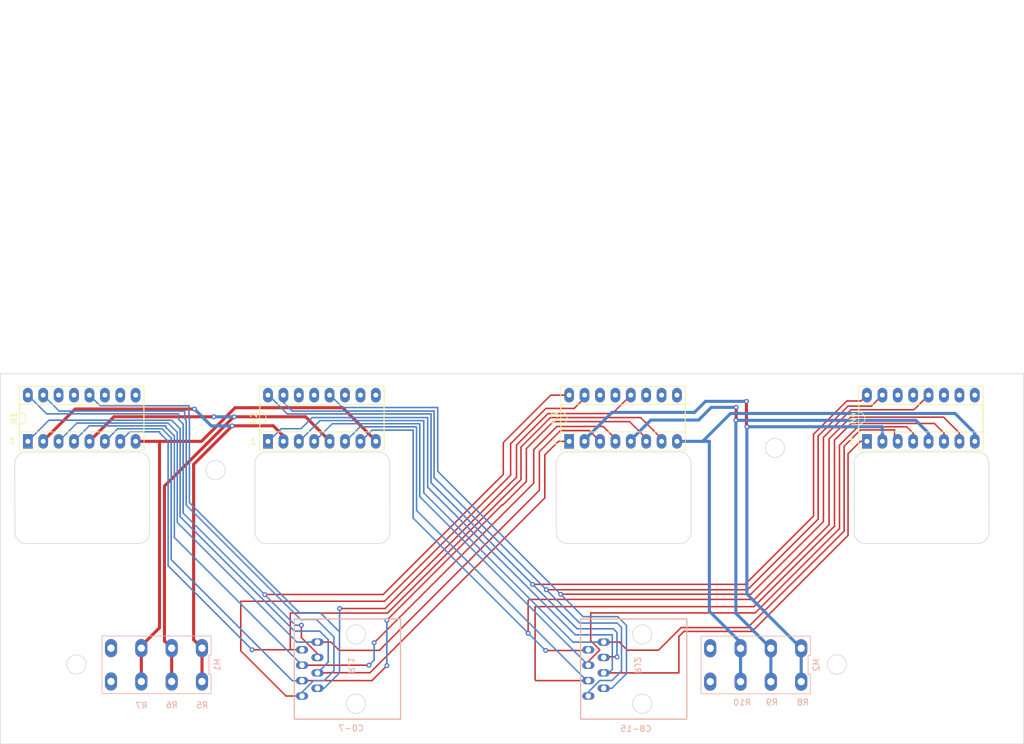
<source format=kicad_pcb>
(kicad_pcb (version 20211014) (generator pcbnew)
  (layers (0 "F.Cu" signal) (31 "B.Cu" signal) (34 "B.Paste" user) (35 "F.Paste" user) (36 "B.SilkS" user "B.Silkscreen") (37 "F.SilkS" user "F.Silkscreen") (38 "B.Mask" user) (39 "F.Mask" user) (44 "Edge.Cuts" user))
  (net 0 "")
  (net 1 "Net-(M1-Pad1)")
  (net 2 "Net-(M1-Pad2)")
  (net 3 "Net-(M1-Pad3)")
  (net 6 "Net-(M2-Pad1)")
  (net 7 "Net-(M2-Pad2)")
  (net 8 "Net-(M2-Pad3)")
  (net 11 "Net-(N1-Pad1)")
  (net 12 "Net-(N1-Pad3)")
  (net 13 "Net-(N1-Pad4)")
  (net 14 "Net-(N1-Pad6)")
  (net 15 "Net-(N1-Pad7)")
  (net 19 "Net-(N1-Pad12)")
  (net 22 "Net-(N1-Pad15)")
  (net 23 "Net-(N1-Pad16)")
  (net 24 "Net-(N2-Pad1)")
  (net 25 "Net-(N2-Pad3)")
  (net 26 "Net-(N2-Pad4)")
  (net 27 "Net-(N2-Pad6)")
  (net 28 "Net-(N2-Pad7)")
  (net 32 "Net-(N2-Pad12)")
  (net 35 "Net-(N2-Pad15)")
  (net 36 "Net-(N2-Pad16)")
  (footprint "Mine:keystone_mount" (layer "F.Cu") (at 59.342999 157.533331)
    (fp_text reference "REF**" hide)
    (fp_text value "keystone_mount" hide)
    (fp_circle (center 0 0) (end 1.5875 0) (layer "Edge.Cuts") (width 0.1) (fill none))
  )
  (footprint "Package_DIP:DIP-16_W7.62mm_Socket_LongPads" (layer "F.Cu") (at 166.737651 152.777682 90)
    (fp_text reference "N4")
    (fp_text value "Conn_02x08_Counter_Clockwise" hide)
  )
  (footprint "Package_DIP:DIP-16_W7.62mm_Socket_LongPads" (layer "F.Cu") (at 67.982451 152.777682 90)
    (fp_text reference "N2")
    (fp_text value "Conn_02x08_Counter_Clockwise" hide)
  )
  (footprint "Mine:keystone_mount" (layer "F.Cu") (at 151.557202 153.863391)
    (fp_text reference "REF**" hide)
    (fp_text value "keystone_mount" hide)
    (fp_circle (center 0 0) (end 1.5875 0) (layer "Edge.Cuts") (width 0.1) (fill none))
  )
  (footprint "Mine:encoder_clearance" (layer "F.Cu") (at 76.961351 161.70576)
    (fp_text reference "REF**" hide)
    (fp_text value "encoder_clearance" hide)
    (fp_line (start -9.222962 -7.177962) (end 9.1975 -7.1875) (layer "Edge.Cuts") (width 0.1))
    (fp_line (start 9.2075 7.9375) (end -9.2075 7.9375) (layer "Edge.Cuts") (width 0.1))
    (fp_line (start -11.1125 6.0325) (end -11.127962 -5.272962) (layer "Edge.Cuts") (width 0.1))
    (fp_line (start 11.1025 -5.2825) (end 11.1125 6.0325) (layer "Edge.Cuts") (width 0.1))
    (fp_arc (start 9.1975 -7.1875) (mid 10.544538 -6.629538) (end 11.1025 -5.2825) (layer "Edge.Cuts") (width 0.1))
    (fp_arc (start -9.2075 7.9375) (mid -10.554538 7.379538) (end -11.1125 6.0325) (layer "Edge.Cuts") (width 0.1))
    (fp_arc (start 11.1125 6.0325) (mid 10.554538 7.379538) (end 9.2075 7.9375) (layer "Edge.Cuts") (width 0.1))
    (fp_arc (start -11.127962 -5.272962) (mid -10.57 -6.62) (end -9.222962 -7.177962) (layer "Edge.Cuts") (width 0.1))
  )
  (footprint "Mine:encoder_clearance" (layer "F.Cu") (at 37.362751 161.70576)
    (fp_text reference "REF**" hide)
    (fp_text value "encoder_clearance" hide)
    (fp_line (start -9.222962 -7.177962) (end 9.1975 -7.1875) (layer "Edge.Cuts") (width 0.1))
    (fp_line (start 9.2075 7.9375) (end -9.2075 7.9375) (layer "Edge.Cuts") (width 0.1))
    (fp_line (start -11.1125 6.0325) (end -11.127962 -5.272962) (layer "Edge.Cuts") (width 0.1))
    (fp_line (start 11.1025 -5.2825) (end 11.1125 6.0325) (layer "Edge.Cuts") (width 0.1))
    (fp_arc (start -11.127962 -5.272962) (mid -10.57 -6.62) (end -9.222962 -7.177962) (layer "Edge.Cuts") (width 0.1))
    (fp_arc (start -9.2075 7.9375) (mid -10.554538 7.379538) (end -11.1125 6.0325) (layer "Edge.Cuts") (width 0.1))
    (fp_arc (start 9.1975 -7.1875) (mid 10.544538 -6.629538) (end 11.1025 -5.2825) (layer "Edge.Cuts") (width 0.1))
    (fp_arc (start 11.1125 6.0325) (mid 10.554538 7.379538) (end 9.2075 7.9375) (layer "Edge.Cuts") (width 0.1))
  )
  (footprint "Package_DIP:DIP-16_W7.62mm_Socket_LongPads" (layer "F.Cu") (at 28.384027 152.777682 90)
    (fp_text reference "N1")
    (fp_text value "Conn_02x08_Counter_Clockwise" hide)
  )
  (footprint "Mine:keystone_mount" (layer "F.Cu") (at 161.793074 189.572051)
    (fp_text reference "REF**" hide)
    (fp_text value "keystone_mount" hide)
    (fp_circle (center 0 0) (end 1.5875 0) (layer "Edge.Cuts") (width 0.1) (fill none))
  )
  (footprint "Mine:encoder_clearance" (layer "F.Cu") (at 175.741951 161.70576)
    (fp_text reference "REF**" hide)
    (fp_text value "encoder_clearance" hide)
    (fp_line (start 11.1025 -5.2825) (end 11.1125 6.0325) (layer "Edge.Cuts") (width 0.1))
    (fp_line (start -11.1125 6.0325) (end -11.127962 -5.272962) (layer "Edge.Cuts") (width 0.1))
    (fp_line (start -9.222962 -7.177962) (end 9.1975 -7.1875) (layer "Edge.Cuts") (width 0.1))
    (fp_line (start 9.2075 7.9375) (end -9.2075 7.9375) (layer "Edge.Cuts") (width 0.1))
    (fp_arc (start 9.1975 -7.1875) (mid 10.544538 -6.629538) (end 11.1025 -5.2825) (layer "Edge.Cuts") (width 0.1))
    (fp_arc (start -9.2075 7.9375) (mid -10.554538 7.379538) (end -11.1125 6.0325) (layer "Edge.Cuts") (width 0.1))
    (fp_arc (start -11.127962 -5.272962) (mid -10.57 -6.62) (end -9.222962 -7.177962) (layer "Edge.Cuts") (width 0.1))
    (fp_arc (start 11.1125 6.0325) (mid 10.554538 7.379538) (end 9.2075 7.9375) (layer "Edge.Cuts") (width 0.1))
  )
  (footprint "Mine:keystone_mount" (layer "F.Cu") (at 36.386564 189.572051)
    (fp_text reference "REF**" hide)
    (fp_text value "keystone_mount" hide)
    (fp_circle (center 0 0) (end 1.5875 0) (layer "Edge.Cuts") (width 0.1) (fill none))
  )
  (footprint "Mine:encoder_clearance" (layer "F.Cu") (at 126.618351 161.70576)
    (fp_text reference "REF**" hide)
    (fp_text value "encoder_clearance" hide)
    (fp_line (start 9.2075 7.9375) (end -9.2075 7.9375) (layer "Edge.Cuts") (width 0.1))
    (fp_line (start -9.222962 -7.177962) (end 9.1975 -7.1875) (layer "Edge.Cuts") (width 0.1))
    (fp_line (start -11.1125 6.0325) (end -11.127962 -5.272962) (layer "Edge.Cuts") (width 0.1))
    (fp_line (start 11.1025 -5.2825) (end 11.1125 6.0325) (layer "Edge.Cuts") (width 0.1))
    (fp_arc (start 9.1975 -7.1875) (mid 10.544538 -6.629538) (end 11.1025 -5.2825) (layer "Edge.Cuts") (width 0.1))
    (fp_arc (start 11.1125 6.0325) (mid 10.554538 7.379538) (end 9.2075 7.9375) (layer "Edge.Cuts") (width 0.1))
    (fp_arc (start -11.127962 -5.272962) (mid -10.57 -6.62) (end -9.222962 -7.177962) (layer "Edge.Cuts") (width 0.1))
    (fp_arc (start -9.2075 7.9375) (mid -10.554538 7.379538) (end -11.1125 6.0325) (layer "Edge.Cuts") (width 0.1))
  )
  (footprint "Package_DIP:DIP-16_W7.62mm_Socket_LongPads" (layer "F.Cu") (at 117.639451 152.777682 90)
    (fp_text reference "N3")
    (fp_text value "Conn_02x08_Counter_Clockwise" hide)
  )
  (footprint "Mine:Wurth-8P8C-Vertical" (layer "B.Cu") (at 81.216678 189.68463 90)
    (fp_text reference "RJ1")
    (fp_text value "8P8C")
    (fp_circle (center 5.08 1.27) (end 6.665 1.27) (layer "Edge.Cuts") (width 0.1) (fill none))
    (fp_circle (center -6.35 1.27) (end -4.765 1.27) (layer "Edge.Cuts") (width 0.1) (fill none))
  )
  (footprint "Mine:Weidmuller-4-vertical" (layer "B.Cu") (at 148.396504 189.646019 180)
    (fp_text reference "M2")
    (fp_text value "Conn_02x04_Counter_Clockwise" hide)
  )
  (footprint "Mine:Wurth-8P8C-Vertical" (layer "B.Cu") (at 128.411547 189.68463 90)
    (fp_text reference "RJ2")
    (fp_text value "8P8C")
    (fp_circle (center -6.35 1.27) (end -4.765 1.27) (layer "Edge.Cuts") (width 0.1) (fill none))
    (fp_circle (center 5.08 1.27) (end 6.665 1.27) (layer "Edge.Cuts") (width 0.1) (fill none))
  )
  (footprint "Mine:Weidmuller-4-vertical" (layer "B.Cu") (at 49.601483 189.622693 180)
    (fp_text reference "M1")
    (fp_text value "Conn_02x04_Counter_Clockwise" hide)
  )
  (gr_rect (start 23.847342 141.633915) (end 192.582152 202.666503) (layer "Edge.Cuts") (width 0.1) (fill none))
  (gr_text "R7" (at 47.136593 196.339251) (layer "B.SilkS") (effects (font (size 1 1)) (justify mirror)))
  (gr_text "R5" (at 57.126901 196.29485) (layer "B.SilkS") (effects (font (size 1 1)) (justify mirror)))
  (gr_text "R6" (at 52.109546 196.250448) (layer "B.SilkS") (effects (font (size 1 1)) (justify mirror)))
  (gr_text "R8" (at 156.186353 195.806435) (layer "B.SilkS") (effects (font (size 1 1)) (justify mirror)))
  (gr_text "R9" (at 151.080196 195.806435) (layer "B.SilkS") (effects (font (size 1 1)) (justify mirror)))
  (gr_text "C0-7" (at 81.696131 200.070316) (layer "B.SilkS") (effects (font (size 1 1)) (justify mirror)))
  (gr_text "R10" (at 146.151644 195.806435) (layer "B.SilkS") (effects (font (size 1 1)) (justify mirror)))
  (gr_text "C8-15" (at 128.652177 200.162387) (layer "B.SilkS") (effects (font (size 1 1)) (justify mirror)))
  (gr_text "1" (at 115.213891 152.749895) (layer "F.SilkS") (effects (font (size 1 1))))
  (gr_text "1" (at 25.882269 152.682161) (layer "F.SilkS") (effects (font (size 1 1))))
  (gr_text "1" (at 164.230096 152.795113) (layer "F.SilkS") (effects (font (size 1 1))))
  (gr_text "1" (at 65.564636 152.840331) (layer "F.SilkS") (effects (font (size 1 1))))
  (segment (start 62.07315 150.228159) (end 62.07315 150.229701) (width 0.508) (layer "F.Cu") (net 1))
  (segment (start 62.07315 150.228159) (end 62.084731 150.216578) (width 0.508) (layer "F.Cu") (net 1))
  (segment (start 68.852461 150.216578) (end 70.611527 151.975644) (width 0.508) (layer "F.Cu") (net 1))
  (segment (start 62.084731 150.216578) (end 68.852461 150.216578) (width 0.508) (layer "F.Cu") (net 1))
  (segment (start 57.101483 186.872693) (end 57.101483 192.372693) (width 0.508) (layer "F.Cu") (net 1))
  (segment (start 36.190815 147.445932) (end 55.85174 147.445932) (width 0.508) (layer "F.Cu") (net 1))
  (segment (start 70.611527 151.975644) (end 70.611527 152.777682) (width 0.508) (layer "F.Cu") (net 1))
  (segment (start 55.721838 156.581013) (end 55.721838 185.493048) (width 0.508) (layer "F.Cu") (net 1))
  (segment (start 35.498153 148.138594) (end 36.190815 147.445932) (width 0.508) (layer "F.Cu") (net 1))
  (segment (start 62.07315 150.229701) (end 55.721838 156.581013) (width 0.508) (layer "F.Cu") (net 1))
  (segment (start 55.721838 185.493048) (end 57.101483 186.872693) (width 0.508) (layer "F.Cu") (net 1))
  (segment (start 30.924027 152.71272) (end 35.498153 148.138594) (width 0.508) (layer "F.Cu") (net 1))
  (segment (start 30.924027 152.777682) (end 30.924027 152.71272) (width 0.508) (layer "F.Cu") (net 1))
  (via (at 62.07315 150.228159) (size 0.8) (drill 0.4) (layers "F.Cu" "B.Cu") (net 1))
  (via (at 55.85174 147.445932) (size 0.8) (drill 0.4) (layers "F.Cu" "B.Cu") (net 1))
  (segment (start 58.640168 150.23436) (end 55.85174 147.445932) (width 0.508) (layer "B.Cu") (net 1))
  (segment (start 62.07315 150.228159) (end 62.066949 150.23436) (width 0.508) (layer "B.Cu") (net 1))
  (segment (start 62.066949 150.23436) (end 58.640168 150.23436) (width 0.508) (layer "B.Cu") (net 1))
  (segment (start 50.912202 185.683412) (end 52.101483 186.872693) (width 0.508) (layer "F.Cu") (net 2))
  (segment (start 52.101483 186.872693) (end 52.101483 192.372693) (width 0.508) (layer "F.Cu") (net 2))
  (segment (start 59.063663 148.724692) (end 42.584612 148.724692) (width 0.508) (layer "F.Cu") (net 2))
  (segment (start 74.178537 148.724692) (end 62.338155 148.724692) (width 0.508) (layer "F.Cu") (net 2))
  (segment (start 38.544027 152.765277) (end 38.544027 152.777682) (width 0.508) (layer "F.Cu") (net 2))
  (segment (start 50.912202 160.150645) (end 50.912202 185.683412) (width 0.508) (layer "F.Cu") (net 2))
  (segment (start 59.064576 148.725605) (end 59.063663 148.724692) (width 0.508) (layer "F.Cu") (net 2))
  (segment (start 78.231527 152.777682) (end 74.178537 148.724692) (width 0.508) (layer "F.Cu") (net 2))
  (segment (start 62.338155 148.724692) (end 50.912202 160.150645) (width 0.508) (layer "F.Cu") (net 2))
  (segment (start 42.584612 148.724692) (end 38.544027 152.765277) (width 0.508) (layer "F.Cu") (net 2))
  (via (at 59.064576 148.725605) (size 0.8) (drill 0.4) (layers "F.Cu" "B.Cu") (net 2))
  (via (at 62.411512 148.735596) (size 0.8) (drill 0.4) (layers "F.Cu" "B.Cu") (net 2))
  (segment (start 59.065489 148.724692) (end 59.064576 148.725605) (width 0.508) (layer "B.Cu") (net 2))
  (segment (start 62.400608 148.724692) (end 59.065489 148.724692) (width 0.508) (layer "B.Cu") (net 2))
  (segment (start 62.411512 148.735596) (end 62.400608 148.724692) (width 0.508) (layer "B.Cu") (net 2))
  (segment (start 46.164027 152.777682) (end 49.42703 152.777682) (width 0.508) (layer "F.Cu") (net 3))
  (segment (start 50.09615 152.791917) (end 50.09615 183.517302) (width 0.508) (layer "F.Cu") (net 3))
  (segment (start 57.005414 152.781891) (end 49.489719 152.781891) (width 0.508) (layer "F.Cu") (net 3))
  (segment (start 47.101483 186.511969) (end 47.101483 186.872693) (width 0.508) (layer "F.Cu") (net 3))
  (segment (start 85.851527 152.777682) (end 80.306651 147.232806) (width 0.508) (layer "F.Cu") (net 3))
  (segment (start 80.306651 147.232806) (end 64.696493 147.232806) (width 0.508) (layer "F.Cu") (net 3))
  (segment (start 47.101483 186.872693) (end 47.101483 192.372693) (width 0.508) (layer "F.Cu") (net 3))
  (segment (start 62.552767 147.234538) (end 57.005414 152.781891) (width 0.508) (layer "F.Cu") (net 3))
  (segment (start 64.72568 147.234538) (end 62.552767 147.234538) (width 0.508) (layer "F.Cu") (net 3))
  (segment (start 50.09615 183.517302) (end 47.101483 186.511969) (width 0.508) (layer "F.Cu") (net 3))
  (segment (start 146.867795 146.186919) (end 146.867795 150.297441) (width 0.508) (layer "F.Cu") (net 6))
  (segment (start 146.867795 150.297441) (end 146.940099 150.369745) (width 0.508) (layer "F.Cu") (net 6))
  (via (at 146.867795 146.186919) (size 0.8) (drill 0.4) (layers "F.Cu" "B.Cu") (net 6))
  (via (at 146.940099 150.369745) (size 0.8) (drill 0.4) (layers "F.Cu" "B.Cu") (net 6))
  (segment (start 169.281007 152.774326) (end 169.277651 152.777682) (width 0.508) (layer "B.Cu") (net 6))
  (segment (start 138.26503 148.036976) (end 138.234195 148.006141) (width 0.508) (layer "B.Cu") (net 6))
  (segment (start 169.281007 150.369745) (end 169.281007 152.774326) (width 0.508) (layer "B.Cu") (net 6))
  (segment (start 140.115087 146.186919) (end 138.26503 148.036976) (width 0.508) (layer "B.Cu") (net 6))
  (segment (start 120.179451 152.521088) (end 120.179451 152.777682) (width 0.508) (layer "B.Cu") (net 6))
  (segment (start 124.694398 148.006141) (end 120.179451 152.521088) (width 0.508) (layer "B.Cu") (net 6))
  (segment (start 169.281007 150.369745) (end 146.940099 150.369745) (width 0.508) (layer "B.Cu") (net 6))
  (segment (start 146.940099 150.369745) (end 146.940099 177.939614) (width 0.508) (layer "B.Cu") (net 6))
  (segment (start 146.940099 177.939614) (end 155.896504 186.896019) (width 0.508) (layer "B.Cu") (net 6))
  (segment (start 155.896504 192.396019) (end 155.896504 186.896019) (width 0.508) (layer "B.Cu") (net 6))
  (segment (start 138.234195 148.006141) (end 124.694398 148.006141) (width 0.508) (layer "B.Cu") (net 6))
  (segment (start 146.867795 146.186919) (end 140.115087 146.186919) (width 0.508) (layer "B.Cu") (net 6))
  (segment (start 145.171909 147.173616) (end 145.171909 149.267822) (width 0.508) (layer "F.Cu") (net 7))
  (segment (start 145.171909 149.267822) (end 145.124395 149.315336) (width 0.508) (layer "F.Cu") (net 7))
  (via (at 145.171909 147.173616) (size 0.8) (drill 0.4) (layers "F.Cu" "B.Cu") (net 7))
  (via (at 145.124395 149.315336) (size 0.8) (drill 0.4) (layers "F.Cu" "B.Cu") (net 7))
  (segment (start 127.799451 152.563641) (end 127.799451 152.777682) (width 0.508) (layer "B.Cu") (net 7))
  (segment (start 145.124395 181.12391) (end 150.896504 186.896019) (width 0.508) (layer "B.Cu") (net 7))
  (segment (start 145.124395 149.315336) (end 145.124395 181.12391) (width 0.508) (layer "B.Cu") (net 7))
  (segment (start 141.070949 147.173616) (end 138.976849 149.267716) (width 0.508) (layer "B.Cu") (net 7))
  (segment (start 138.976849 149.267716) (end 131.095376 149.267716) (width 0.508) (layer "B.Cu") (net 7))
  (segment (start 174.781681 149.315336) (end 145.124395 149.315336) (width 0.508) (layer "B.Cu") (net 7))
  (segment (start 176.897651 151.431306) (end 174.781681 149.315336) (width 0.508) (layer "B.Cu") (net 7))
  (segment (start 150.896504 192.396019) (end 150.896504 186.896019) (width 0.508) (layer "B.Cu") (net 7))
  (segment (start 145.171909 147.173616) (end 141.070949 147.173616) (width 0.508) (layer "B.Cu") (net 7))
  (segment (start 176.897651 152.777682) (end 176.897651 151.431306) (width 0.508) (layer "B.Cu") (net 7))
  (segment (start 131.095376 149.267716) (end 127.799451 152.563641) (width 0.508) (layer "B.Cu") (net 7))
  (segment (start 145.896504 186.896019) (end 145.896504 185.923937) (width 0.508) (layer "B.Cu") (net 8))
  (segment (start 140.754282 180.790154) (end 140.754282 152.773695) (width 0.508) (layer "B.Cu") (net 8))
  (segment (start 145.896504 185.923937) (end 140.777614 180.805047) (width 0.508) (layer "B.Cu") (net 8))
  (segment (start 181.266816 148.180471) (end 184.517651 151.431306) (width 0.508) (layer "B.Cu") (net 8))
  (segment (start 145.896504 192.396019) (end 145.896504 186.896019) (width 0.508) (layer "B.Cu") (net 8))
  (segment (start 184.517651 151.431306) (end 184.517651 152.777682) (width 0.508) (layer "B.Cu") (net 8))
  (segment (start 135.419451 152.777682) (end 140.770661 152.777682) (width 0.508) (layer "B.Cu") (net 8))
  (segment (start 139.782792 152.778492) (end 139.751085 152.810199) (width 0.508) (layer "B.Cu") (net 8))
  (segment (start 140.777614 180.805047) (end 140.76579 180.805047) (width 0.508) (layer "B.Cu") (net 8))
  (segment (start 139.652819 152.774355) (end 144.246703 148.180471) (width 0.508) (layer "B.Cu") (net 8))
  (segment (start 144.246703 148.180471) (end 181.266816 148.180471) (width 0.508) (layer "B.Cu") (net 8))
  (segment (start 117.639451 152.777682) (end 115.860473 152.777682) (width 0.25) (layer "F.Cu") (net 11))
  (segment (start 115.860473 152.777682) (end 113.621464 155.016691) (width 0.25) (layer "F.Cu") (net 11))
  (segment (start 113.621464 155.016691) (end 113.621464 162.104711) (width 0.25) (layer "F.Cu") (net 11))
  (segment (start 113.621464 162.104711) (end 84.800373 190.925802) (width 0.25) (layer "F.Cu") (net 11))
  (segment (start 84.800373 190.925802) (end 77.879408 190.925802) (width 0.25) (layer "F.Cu") (net 11))
  (segment (start 77.879408 190.925802) (end 77.85058 190.95463) (width 0.25) (layer "F.Cu") (net 11))
  (segment (start 77.85058 190.95463) (end 76.136678 190.95463) (width 0.25) (layer "F.Cu") (net 11))
  (segment (start 77.908241 189.183067) (end 76.136678 190.95463) (width 0.25) (layer "B.Cu") (net 11))
  (segment (start 31.871015 149.290694) (end 52.095043 149.290694) (width 0.25) (layer "B.Cu") (net 11))
  (segment (start 53.492344 165.19206) (end 72.36349 184.063206) (width 0.25) (layer "B.Cu") (net 11))
  (segment (start 52.095043 149.290694) (end 53.492344 150.687995) (width 0.25) (layer "B.Cu") (net 11))
  (segment (start 76.492817 184.063206) (end 77.908241 185.47863) (width 0.25) (layer "B.Cu") (net 11))
  (segment (start 72.36349 184.063206) (end 76.492817 184.063206) (width 0.25) (layer "B.Cu") (net 11))
  (segment (start 28.384027 152.777682) (end 31.871015 149.290694) (width 0.25) (layer "B.Cu") (net 11))
  (segment (start 53.492344 150.687995) (end 53.492344 165.19206) (width 0.25) (layer "B.Cu") (net 11))
  (segment (start 77.908241 185.47863) (end 77.908241 189.183067) (width 0.25) (layer "B.Cu") (net 11))
  (segment (start 122.719451 152.777682) (end 120.941124 150.999355) (width 0.25) (layer "F.Cu") (net 12))
  (segment (start 86.335655 187.242205) (end 79.732358 187.242205) (width 0.25) (layer "F.Cu") (net 12))
  (segment (start 79.732358 187.242205) (end 78.364783 185.87463) (width 0.25) (layer "F.Cu") (net 12))
  (segment (start 120.941124 150.999355) (end 116.210283 150.999355) (width 0.25) (layer "F.Cu") (net 12))
  (segment (start 78.364783 185.87463) (end 76.136678 185.87463) (width 0.25) (layer "F.Cu") (net 12))
  (segment (start 112.733436 160.844424) (end 86.335655 187.242205) (width 0.25) (layer "F.Cu") (net 12))
  (segment (start 112.733436 154.476202) (end 112.733436 160.844424) (width 0.25) (layer "F.Cu") (net 12))
  (segment (start 116.210283 150.999355) (end 112.733436 154.476202) (width 0.25) (layer "F.Cu") (net 12))
  (segment (start 36.478611 149.763098) (end 51.507104 149.763098) (width 0.25) (layer "B.Cu") (net 12))
  (segment (start 53.021324 151.281118) (end 53.021324 166.145718) (width 0.25) (layer "B.Cu") (net 12))
  (segment (start 33.464027 152.777682) (end 36.478611 149.763098) (width 0.25) (layer "B.Cu") (net 12))
  (segment (start 51.506008 149.765802) (end 53.021324 151.281118) (width 0.25) (layer "B.Cu") (net 12))
  (segment (start 53.021324 166.145718) (end 72.750236 185.87463) (width 0.25) (layer "B.Cu") (net 12))
  (segment (start 72.750236 185.87463) (end 76.136678 185.87463) (width 0.25) (layer "B.Cu") (net 12))
  (segment (start 123.246821 150.326726) (end 115.617779 150.326726) (width 0.25) (layer "F.Cu") (net 13))
  (segment (start 115.617779 150.326726) (end 111.793426 154.151079) (width 0.25) (layer "F.Cu") (net 13))
  (segment (start 111.793426 159.675319) (end 85.484431 185.984314) (width 0.25) (layer "F.Cu") (net 13))
  (segment (start 125.259451 152.339356) (end 123.246821 150.326726) (width 0.25) (layer "F.Cu") (net 13))
  (segment (start 84.62733 189.68463) (end 73.596678 189.68463) (width 0.25) (layer "F.Cu") (net 13))
  (segment (start 111.793426 154.151079) (end 111.793426 159.675319) (width 0.25) (layer "F.Cu") (net 13))
  (segment (start 125.259451 152.777682) (end 125.259451 152.339356) (width 0.25) (layer "F.Cu") (net 13))
  (via (at 85.484431 185.984314) (size 0.8) (drill 0.4) (layers "F.Cu" "B.Cu") (net 13))
  (via (at 84.62815 189.68545) (size 0.8) (drill 0.4) (layers "F.Cu" "B.Cu") (net 13))
  (segment (start 85.484431 188.829169) (end 85.484431 185.984314) (width 0.25) (layer "B.Cu") (net 13))
  (segment (start 84.62815 189.68545) (end 85.484431 188.829169) (width 0.25) (layer "B.Cu") (net 13))
  (segment (start 52.550304 168.638256) (end 73.596678 189.68463) (width 0.25) (layer "B.Cu") (net 13))
  (segment (start 52.550304 151.885389) (end 52.550304 168.638256) (width 0.25) (layer "B.Cu") (net 13))
  (segment (start 36.004027 152.730652) (end 38.509067 150.225612) (width 0.25) (layer "B.Cu") (net 13))
  (segment (start 51.128811 150.225612) (end 51.128811 150.463896) (width 0.25) (layer "B.Cu") (net 13))
  (segment (start 38.509067 150.225612) (end 51.128811 150.225612) (width 0.25) (layer "B.Cu") (net 13))
  (segment (start 51.128811 150.463896) (end 52.550304 151.885389) (width 0.25) (layer "B.Cu") (net 13))
  (segment (start 87.578551 182.262047) (end 87.578551 182.296632) (width 0.25) (layer "F.Cu") (net 14))
  (segment (start 106.553072 163.287526) (end 87.578551 182.262047) (width 0.25) (layer "F.Cu") (net 14))
  (segment (start 127.592177 149.523102) (end 115.024813 149.523102) (width 0.25) (layer "F.Cu") (net 14))
  (segment (start 85.119799 192.22463) (end 87.585695 189.758734) (width 0.25) (layer "F.Cu") (net 14))
  (segment (start 73.596678 192.22463) (end 85.119799 192.22463) (width 0.25) (layer "F.Cu") (net 14))
  (segment (start 115.024813 149.523102) (end 110.584676 153.963239) (width 0.25) (layer "F.Cu") (net 14))
  (segment (start 106.677356 163.287526) (end 106.553072 163.287526) (width 0.25) (layer "F.Cu") (net 14))
  (segment (start 110.584676 159.380206) (end 106.677356 163.287526) (width 0.25) (layer "F.Cu") (net 14))
  (segment (start 130.339451 152.777682) (end 130.339451 152.270376) (width 0.25) (layer "F.Cu") (net 14))
  (segment (start 110.584676 153.963239) (end 110.584676 159.380206) (width 0.25) (layer "F.Cu") (net 14))
  (segment (start 130.339451 152.270376) (end 127.592177 149.523102) (width 0.25) (layer "F.Cu") (net 14))
  (via (at 87.585695 189.758734) (size 0.8) (drill 0.4) (layers "F.Cu" "B.Cu") (net 14))
  (via (at 87.578551 182.296632) (size 0.8) (drill 0.4) (layers "F.Cu" "B.Cu") (net 14))
  (segment (start 41.132442 152.777682) (end 43.213147 150.696977) (width 0.25) (layer "B.Cu") (net 14))
  (segment (start 41.084027 152.777682) (end 41.132442 152.777682) (width 0.25) (layer "B.Cu") (net 14))
  (segment (start 52.016482 152.207506) (end 52.016482 172.262706) (width 0.25) (layer "B.Cu") (net 14))
  (segment (start 87.578551 182.296632) (end 87.578551 189.75159) (width 0.25) (layer "B.Cu") (net 14))
  (segment (start 73.571192 192.250116) (end 73.596678 192.22463) (width 0.25) (layer "B.Cu") (net 14))
  (segment (start 72.003892 192.250116) (end 73.571192 192.250116) (width 0.25) (layer "B.Cu") (net 14))
  (segment (start 50.501871 150.692895) (end 52.016482 152.207506) (width 0.25) (layer "B.Cu") (net 14))
  (segment (start 43.213147 150.696977) (end 50.49771 150.696977) (width 0.25) (layer "B.Cu") (net 14))
  (segment (start 87.578551 189.75159) (end 87.585695 189.758734) (width 0.25) (layer "B.Cu") (net 14))
  (segment (start 52.016482 172.262706) (end 72.003892 192.250116) (width 0.25) (layer "B.Cu") (net 14))
  (segment (start 65.36057 187.145472) (end 65.370418 187.135624) (width 0.25) (layer "F.Cu") (net 15))
  (segment (start 114.548252 148.857782) (end 109.699623 153.706411) (width 0.25) (layer "F.Cu") (net 15))
  (segment (start 65.370418 187.135624) (end 73.587672 187.135624) (width 0.25) (layer "F.Cu") (net 15))
  (segment (start 132.879451 152.323403) (end 129.41383 148.857782) (width 0.25) (layer "F.Cu") (net 15))
  (segment (start 129.41383 148.857782) (end 114.548252 148.857782) (width 0.25) (layer "F.Cu") (net 15))
  (segment (start 87.694306 181.093175) (end 71.656531 181.093175) (width 0.25) (layer "F.Cu") (net 15))
  (segment (start 109.699623 153.706411) (end 109.699623 159.087858) (width 0.25) (layer "F.Cu") (net 15))
  (segment (start 132.879451 152.777682) (end 132.879451 152.323403) (width 0.25) (layer "F.Cu") (net 15))
  (segment (start 71.656531 186.900875) (end 71.763094 187.007438) (width 0.25) (layer "F.Cu") (net 15))
  (segment (start 109.699623 159.087858) (end 87.694306 181.093175) (width 0.25) (layer "F.Cu") (net 15))
  (segment (start 71.656531 181.093175) (end 71.656531 186.900875) (width 0.25) (layer "F.Cu") (net 15))
  (via (at 65.36057 187.145472) (size 0.8) (drill 0.4) (layers "F.Cu" "B.Cu") (net 15))
  (segment (start 50.12978 151.388925) (end 50.12978 151.206723) (width 0.25) (layer "B.Cu") (net 15))
  (segment (start 65.36057 187.133501) (end 51.514061 173.286992) (width 0.25) (layer "B.Cu") (net 15))
  (segment (start 45.194986 151.206723) (end 43.624027 152.777682) (width 0.25) (layer "B.Cu") (net 15))
  (segment (start 51.514061 152.773206) (end 50.12978 151.388925) (width 0.25) (layer "B.Cu") (net 15))
  (segment (start 51.514061 173.286992) (end 51.514061 152.773206) (width 0.25) (layer "B.Cu") (net 15))
  (segment (start 50.12978 151.206723) (end 45.194986 151.206723) (width 0.25) (layer "B.Cu") (net 15))
  (segment (start 65.36057 187.145472) (end 65.36057 187.133501) (width 0.25) (layer "B.Cu") (net 15))
  (segment (start 108.959874 153.389066) (end 108.959874 158.67283) (width 0.25) (layer "F.Cu") (net 19))
  (segment (start 127.799451 145.157682) (end 124.961295 147.995838) (width 0.25) (layer "F.Cu") (net 19))
  (segment (start 108.959874 158.67283) (end 87.292007 180.340697) (width 0.25) (layer "F.Cu") (net 19))
  (segment (start 124.763871 148.194106) (end 114.154834 148.194106) (width 0.25) (layer "F.Cu") (net 19))
  (segment (start 124.961295 147.995838) (end 124.961295 147.996682) (width 0.25) (layer "F.Cu") (net 19))
  (segment (start 124.961295 147.996682) (end 124.763871 148.194106) (width 0.25) (layer "F.Cu") (net 19))
  (segment (start 114.154834 148.194106) (end 108.959874 153.389066) (width 0.25) (layer "F.Cu") (net 19))
  (segment (start 87.292007 180.340697) (end 79.788175 180.340697) (width 0.25) (layer "F.Cu") (net 19))
  (via (at 79.788175 180.340697) (size 0.8) (drill 0.4) (layers "F.Cu" "B.Cu") (net 19))
  (segment (start 79.770128 190.959788) (end 77.235286 193.49463) (width 0.25) (layer "B.Cu") (net 19))
  (segment (start 79.788175 180.340697) (end 79.788175 184.171783) (width 0.25) (layer "B.Cu") (net 19))
  (segment (start 79.770128 184.18983) (end 79.770128 190.959788) (width 0.25) (layer "B.Cu") (net 19))
  (segment (start 55.031009 148.460434) (end 55.031009 162.883824) (width 0.25) (layer "B.Cu") (net 19))
  (segment (start 54.949805 146.917453) (end 54.94932 146.917938) (width 0.25) (layer "B.Cu") (net 19))
  (segment (start 40.302943 146.917453) (end 54.949805 146.917453) (width 0.25) (layer "B.Cu") (net 19))
  (segment (start 38.544027 145.157682) (end 38.544027 145.158537) (width 0.25) (layer "B.Cu") (net 19))
  (segment (start 77.235286 193.49463) (end 76.136678 193.49463) (width 0.25) (layer "B.Cu") (net 19))
  (segment (start 79.788175 184.171783) (end 79.770128 184.18983) (width 0.25) (layer "B.Cu") (net 19))
  (segment (start 54.94932 146.917938) (end 54.94932 148.378745) (width 0.25) (layer "B.Cu") (net 19))
  (segment (start 76.620136 181.039838) (end 79.770128 184.18983) (width 0.25) (layer "B.Cu") (net 19))
  (segment (start 55.031009 162.883824) (end 73.187023 181.039838) (width 0.25) (layer "B.Cu") (net 19))
  (segment (start 38.544027 145.158537) (end 40.302943 146.917453) (width 0.25) (layer "B.Cu") (net 19))
  (segment (start 73.187023 181.039838) (end 76.620136 181.039838) (width 0.25) (layer "B.Cu") (net 19))
  (segment (start 54.94932 148.378745) (end 55.031009 148.460434) (width 0.25) (layer "B.Cu") (net 19))
  (segment (start 120.179451 145.632796) (end 118.461767 147.35048) (width 0.25) (layer "F.Cu") (net 22))
  (segment (start 73.595418 194.76589) (end 73.596678 194.76463) (width 0.25) (layer "F.Cu") (net 22))
  (segment (start 118.461767 147.35048) (end 113.799623 147.35048) (width 0.25) (layer "F.Cu") (net 22))
  (segment (start 107.983044 153.16706) (end 107.983044 158.36202) (width 0.25) (layer "F.Cu") (net 22))
  (segment (start 107.983044 158.36202) (end 87.203204 179.14186) (width 0.25) (layer "F.Cu") (net 22))
  (segment (start 113.799623 147.35048) (end 107.983044 153.16706) (width 0.25) (layer "F.Cu") (net 22))
  (segment (start 87.203204 179.14186) (end 63.492873 179.14186) (width 0.25) (layer "F.Cu") (net 22))
  (segment (start 63.492873 179.14186) (end 63.492873 187.310526) (width 0.25) (layer "F.Cu") (net 22))
  (segment (start 70.948237 194.76589) (end 73.595418 194.76589) (width 0.25) (layer "F.Cu") (net 22))
  (segment (start 63.492873 187.310526) (end 70.948237 194.76589) (width 0.25) (layer "F.Cu") (net 22))
  (segment (start 120.179451 145.157682) (end 120.179451 145.632796) (width 0.25) (layer "F.Cu") (net 22))
  (segment (start 54.239806 147.825573) (end 54.201578 147.787345) (width 0.25) (layer "B.Cu") (net 22))
  (segment (start 54.497186 149.292357) (end 54.239806 149.034977) (width 0.25) (layer "B.Cu") (net 22))
  (segment (start 73.360531 182.154097) (end 54.497186 163.290752) (width 0.25) (layer "B.Cu") (net 22))
  (segment (start 77.227197 192.238679) (end 78.854562 190.611314) (width 0.25) (layer "B.Cu") (net 22))
  (segment (start 75.492768 192.238679) (end 77.227197 192.238679) (width 0.25) (layer "B.Cu") (net 22))
  (segment (start 54.239806 149.034977) (end 54.239806 147.825573) (width 0.25) (layer "B.Cu") (net 22))
  (segment (start 54.201578 147.787345) (end 33.55369 147.787345) (width 0.25) (layer "B.Cu") (net 22))
  (segment (start 33.55369 147.787345) (end 30.924027 145.157682) (width 0.25) (layer "B.Cu") (net 22))
  (segment (start 73.596678 194.76463) (end 73.596678 194.134769) (width 0.25) (layer "B.Cu") (net 22))
  (segment (start 54.497186 163.290752) (end 54.497186 149.292357) (width 0.25) (layer "B.Cu") (net 22))
  (segment (start 73.672632 182.154097) (end 73.360531 182.154097) (width 0.25) (layer "B.Cu") (net 22))
  (segment (start 78.854562 190.611314) (end 78.854562 185.0226) (width 0.25) (layer "B.Cu") (net 22))
  (segment (start 78.854562 185.0226) (end 75.961882 182.12992) (width 0.25) (layer "B.Cu") (net 22))
  (segment (start 73.596678 194.134769) (end 75.492768 192.238679) (width 0.25) (layer "B.Cu") (net 22))
  (segment (start 73.696809 182.12992) (end 73.672632 182.154097) (width 0.25) (layer "B.Cu") (net 22))
  (segment (start 75.961882 182.12992) (end 73.696809 182.12992) (width 0.25) (layer "B.Cu") (net 22))
  (segment (start 86.97713 178.026574) (end 67.396128 178.026574) (width 0.25) (layer "F.Cu") (net 23))
  (segment (start 106.780141 158.223563) (end 86.97713 178.026574) (width 0.25) (layer "F.Cu") (net 23))
  (segment (start 73.488901 185.130416) (end 76.136678 187.778193) (width 0.25) (layer "F.Cu") (net 23))
  (segment (start 76.136678 187.778193) (end 76.136678 188.41463) (width 0.25) (layer "F.Cu") (net 23))
  (segment (start 114.606661 145.157682) (end 106.780141 152.984202) (width 0.25) (layer "F.Cu") (net 23))
  (segment (start 73.488901 183.090099) (end 73.488901 185.130416) (width 0.25) (layer "F.Cu") (net 23))
  (segment (start 106.780141 152.984202) (end 106.780141 158.223563) (width 0.25) (layer "F.Cu") (net 23))
  (segment (start 117.639451 145.157682) (end 114.606661 145.157682) (width 0.25) (layer "F.Cu") (net 23))
  (via (at 73.488901 183.090099) (size 0.8) (drill 0.4) (layers "F.Cu" "B.Cu") (net 23))
  (via (at 67.456745 178.064341) (size 0.8) (drill 0.4) (layers "F.Cu" "B.Cu") (net 23))
  (segment (start 53.994765 149.913434) (end 53.994765 164.602361) (width 0.25) (layer "B.Cu") (net 23))
  (segment (start 72.482504 183.090099) (end 73.488901 183.090099) (width 0.25) (layer "B.Cu") (net 23))
  (segment (start 53.994765 164.602361) (end 67.456745 178.064341) (width 0.25) (layer "B.Cu") (net 23))
  (segment (start 53.26229 148.333016) (end 53.26229 149.180959) (width 0.25) (layer "B.Cu") (net 23))
  (segment (start 28.384027 145.157682) (end 28.394196 145.157682) (width 0.25) (layer "B.Cu") (net 23))
  (segment (start 31.479234 148.24272) (end 53.274776 148.24272) (width 0.25) (layer "B.Cu") (net 23))
  (segment (start 67.456745 178.064341) (end 72.396854 183.004449) (width 0.25) (layer "B.Cu") (net 23))
  (segment (start 53.26229 149.180959) (end 53.994765 149.913434) (width 0.25) (layer "B.Cu") (net 23))
  (segment (start 28.394196 145.157682) (end 31.479234 148.24272) (width 0.25) (layer "B.Cu") (net 23))
  (segment (start 72.396854 183.004449) (end 72.482504 183.090099) (width 0.25) (layer "B.Cu") (net 23))
  (segment (start 135.727017 184.946473) (end 135.727017 190.931066) (width 0.25) (layer "F.Cu") (net 24))
  (segment (start 163.620817 154.811921) (end 163.620817 168.285296) (width 0.25) (layer "F.Cu") (net 24))
  (segment (start 163.620817 168.285296) (end 147.788277 184.117836) (width 0.25) (layer "F.Cu") (net 24))
  (segment (start 136.555654 184.117836) (end 135.727017 184.946473) (width 0.25) (layer "F.Cu") (net 24))
  (segment (start 165.655056 152.777682) (end 163.620817 154.811921) (width 0.25) (layer "F.Cu") (net 24))
  (segment (start 135.703453 190.95463) (end 123.331547 190.95463) (width 0.25) (layer "F.Cu") (net 24))
  (segment (start 135.727017 190.931066) (end 135.703453 190.95463) (width 0.25) (layer "F.Cu") (net 24))
  (segment (start 166.737651 152.777682) (end 165.655056 152.777682) (width 0.25) (layer "F.Cu") (net 24))
  (segment (start 147.788277 184.117836) (end 136.555654 184.117836) (width 0.25) (layer "F.Cu") (net 24))
  (segment (start 124.187555 190.95463) (end 124.752318 190.389867) (width 0.25) (layer "B.Cu") (net 24))
  (segment (start 94.30594 148.863774) (end 94.299413 148.857247) (width 0.25) (layer "B.Cu") (net 24))
  (segment (start 68.071527 152.776481) (end 68.071527 152.777682) (width 0.25) (layer "B.Cu") (net 24))
  (segment (start 70.152031 150.695977) (end 68.071527 152.776481) (width 0.25) (layer "B.Cu") (net 24))
  (segment (start 73.417857 150.695977) (end 70.152031 150.695977) (width 0.25) (layer "B.Cu") (net 24))
  (segment (start 124.752318 184.700277) (end 124.732094 184.680053) (width 0.25) (layer "B.Cu") (net 24))
  (segment (start 123.331547 190.95463) (end 124.187555 190.95463) (width 0.25) (layer "B.Cu") (net 24))
  (segment (start 118.642323 184.680053) (end 94.30594 160.343669) (width 0.25) (layer "B.Cu") (net 24))
  (segment (start 124.752318 190.389867) (end 124.752318 184.700277) (width 0.25) (layer "B.Cu") (net 24))
  (segment (start 94.299413 148.857247) (end 75.256587 148.857247) (width 0.25) (layer "B.Cu") (net 24))
  (segment (start 94.30594 160.343669) (end 94.30594 148.863774) (width 0.25) (layer "B.Cu") (net 24))
  (segment (start 124.732094 184.680053) (end 118.642323 184.680053) (width 0.25) (layer "B.Cu") (net 24))
  (segment (start 75.256587 148.857247) (end 73.417857 150.695977) (width 0.25) (layer "B.Cu") (net 24))
  (segment (start 171.280736 152.240767) (end 171.280736 150.894391) (width 0.25) (layer "F.Cu") (net 25))
  (segment (start 147.07216 183.482152) (end 136.099639 183.482152) (width 0.25) (layer "F.Cu") (net 25))
  (segment (start 162.978436 167.575876) (end 147.07216 183.482152) (width 0.25) (layer "F.Cu") (net 25))
  (segment (start 126.078498 186.072232) (end 126.078498 185.887226) (width 0.25) (layer "F.Cu") (net 25))
  (segment (start 171.817651 152.777682) (end 171.280736 152.240767) (width 0.25) (layer "F.Cu") (net 25))
  (segment (start 162.978436 153.590028) (end 162.978436 167.575876) (width 0.25) (layer "F.Cu") (net 25))
  (segment (start 132.368691 187.2131) (end 127.219366 187.2131) (width 0.25) (layer "F.Cu") (net 25))
  (segment (start 126.065902 185.87463) (end 123.331547 185.87463) (width 0.25) (layer "F.Cu") (net 25))
  (segment (start 127.219366 187.2131) (end 126.078498 186.072232) (width 0.25) (layer "F.Cu") (net 25))
  (segment (start 136.099639 183.482152) (end 132.368691 187.2131) (width 0.25) (layer "F.Cu") (net 25))
  (segment (start 126.078498 185.887226) (end 126.065902 185.87463) (width 0.25) (layer "F.Cu") (net 25))
  (segment (start 171.278324 150.896803) (end 165.671661 150.896803) (width 0.25) (layer "F.Cu") (net 25))
  (segment (start 165.671661 150.896803) (end 162.978436 153.590028) (width 0.25) (layer "F.Cu") (net 25))
  (segment (start 73.151527 152.76782) (end 73.151527 152.777682) (width 0.25) (layer "B.Cu") (net 25))
  (segment (start 123.331547 185.87463) (end 123.322303 185.883874) (width 0.25) (layer "B.Cu") (net 25))
  (segment (start 123.322303 185.883874) (end 118.277468 185.883874) (width 0.25) (layer "B.Cu") (net 25))
  (segment (start 93.664353 161.270759) (end 93.664353 149.364198) (width 0.25) (layer "B.Cu") (net 25))
  (segment (start 93.653968 149.353813) (end 76.565534 149.353813) (width 0.25) (layer "B.Cu") (net 25))
  (segment (start 76.565534 149.353813) (end 73.151527 152.76782) (width 0.25) (layer "B.Cu") (net 25))
  (segment (start 118.277468 185.883874) (end 93.664353 161.270759) (width 0.25) (layer "B.Cu") (net 25))
  (segment (start 93.664353 149.364198) (end 93.653968 149.353813) (width 0.25) (layer "B.Cu") (net 25))
  (segment (start 122.653969 187.109626) (end 122.653969 187.212408) (width 0.25) (layer "F.Cu") (net 26))
  (segment (start 121.189341 185.644998) (end 122.653969 187.109626) (width 0.25) (layer "F.Cu") (net 26))
  (segment (start 122.653969 187.212408) (end 120.791547 189.07483) (width 0.25) (layer "F.Cu") (net 26))
  (segment (start 174.357651 151.431306) (end 173.30104 150.374695) (width 0.25) (layer "F.Cu") (net 26))
  (segment (start 174.357651 152.777682) (end 174.357651 151.431306) (width 0.25) (layer "F.Cu") (net 26))
  (segment (start 162.207579 167.17503) (end 148.317501 181.065108) (width 0.25) (layer "F.Cu") (net 26))
  (segment (start 165.234284 150.374695) (end 162.207579 153.4014) (width 0.25) (layer "F.Cu") (net 26))
  (segment (start 162.207579 153.4014) (end 162.207579 167.17503) (width 0.25) (layer "F.Cu") (net 26))
  (segment (start 120.791547 189.07483) (end 120.791547 189.68463) (width 0.25) (layer "F.Cu") (net 26))
  (segment (start 121.221174 181.065108) (end 121.189341 181.096941) (width 0.25) (layer "F.Cu") (net 26))
  (segment (start 173.30104 150.374695) (end 165.234284 150.374695) (width 0.25) (layer "F.Cu") (net 26))
  (segment (start 121.189341 181.096941) (end 121.189341 185.644998) (width 0.25) (layer "F.Cu") (net 26))
  (segment (start 148.317501 181.065108) (end 121.221174 181.065108) (width 0.25) (layer "F.Cu") (net 26))
  (segment (start 75.691527 152.777682) (end 75.691527 152.757597) (width 0.25) (layer "B.Cu") (net 26))
  (segment (start 93.012093 161.905175) (end 120.791547 189.68463) (width 0.25) (layer "B.Cu") (net 26))
  (segment (start 78.578782 149.870342) (end 92.98444 149.870342) (width 0.25) (layer "B.Cu") (net 26))
  (segment (start 75.691527 152.757597) (end 78.578782 149.870342) (width 0.25) (layer "B.Cu") (net 26))
  (segment (start 93.012093 161.905175) (end 93.012093 149.897995) (width 0.25) (layer "B.Cu") (net 26))
  (segment (start 112.021414 180.032352) (end 112.021414 192.078267) (width 0.25) (layer "F.Cu") (net 27))
  (segment (start 164.144017 149.829477) (end 161.385331 152.588163) (width 0.25) (layer "F.Cu") (net 27))
  (segment (start 161.385331 166.763907) (end 148.116886 180.032352) (width 0.25) (layer "F.Cu") (net 27))
  (segment (start 179.437651 152.777682) (end 179.437651 151.415485) (width 0.25) (layer "F.Cu") (net 27))
  (segment (start 161.385331 152.588163) (end 161.385331 166.763907) (width 0.25) (layer "F.Cu") (net 27))
  (segment (start 148.116886 180.032352) (end 112.021414 180.032352) (width 0.25) (layer "F.Cu") (net 27))
  (segment (start 177.851643 149.829477) (end 164.144017 149.829477) (width 0.25) (layer "F.Cu") (net 27))
  (segment (start 112.167777 192.22463) (end 120.791547 192.22463) (width 0.25) (layer "F.Cu") (net 27))
  (segment (start 179.437651 151.415485) (end 177.851643 149.829477) (width 0.25) (layer "F.Cu") (net 27))
  (segment (start 112.021414 192.078267) (end 112.167777 192.22463) (width 0.25) (layer "F.Cu") (net 27))
  (segment (start 80.771527 152.777682) (end 80.771754 152.777682) (width 0.25) (layer "B.Cu") (net 27))
  (segment (start 83.164483 150.384953) (end 92.434141 150.384953) (width 0.25) (layer "B.Cu") (net 27))
  (segment (start 92.475326 164.165664) (end 92.475326 150.426138) (width 0.25) (layer "B.Cu") (net 27))
  (segment (start 92.475326 164.165664) (end 120.536737 192.227075) (width 0.25) (layer "B.Cu") (net 27))
  (segment (start 80.771754 152.777682) (end 83.164483 150.384953) (width 0.25) (layer "B.Cu") (net 27))
  (segment (start 120.536737 192.227075) (end 120.789102 192.227075) (width 0.25) (layer "B.Cu") (net 27))
  (segment (start 120.789102 192.227075) (end 120.791547 192.22463) (width 0.25) (layer "B.Cu") (net 27))
  (segment (start 111.083937 178.838435) (end 110.87081 179.051562) (width 0.25) (layer "F.Cu") (net 28))
  (segment (start 120.671111 187.265066) (end 120.791547 187.14463) (width 0.25) (layer "F.Cu") (net 28))
  (segment (start 181.977651 152.777682) (end 181.977651 151.39624) (width 0.25) (layer "F.Cu") (net 28))
  (segment (start 164.074206 148.787158) (end 160.485998 152.375366) (width 0.25) (layer "F.Cu") (net 28))
  (segment (start 160.485998 152.375366) (end 160.485998 166.534856) (width 0.25) (layer "F.Cu") (net 28))
  (segment (start 113.767695 187.24775) (end 113.785011 187.265066) (width 0.25) (layer "F.Cu") (net 28))
  (segment (start 181.977651 151.39624) (end 179.368569 148.787158) (width 0.25) (layer "F.Cu") (net 28))
  (segment (start 179.368569 148.787158) (end 164.074206 148.787158) (width 0.25) (layer "F.Cu") (net 28))
  (segment (start 110.87081 179.051562) (end 110.87081 184.433008) (width 0.25) (layer "F.Cu") (net 28))
  (segment (start 160.485998 166.534856) (end 148.182419 178.838435) (width 0.25) (layer "F.Cu") (net 28))
  (segment (start 148.182419 178.838435) (end 111.083937 178.838435) (width 0.25) (layer "F.Cu") (net 28))
  (segment (start 113.785011 187.265066) (end 120.671111 187.265066) (width 0.25) (layer "F.Cu") (net 28))
  (via (at 110.87081 184.433008) (size 0.8) (drill 0.4) (layers "F.Cu" "B.Cu") (net 28))
  (via (at 113.767695 187.24775) (size 0.8) (drill 0.4) (layers "F.Cu" "B.Cu") (net 28))
  (segment (start 113.730693 187.24775) (end 91.915276 165.432333) (width 0.25) (layer "B.Cu") (net 28))
  (segment (start 113.767695 187.24775) (end 113.730693 187.24775) (width 0.25) (layer "B.Cu") (net 28))
  (segment (start 83.311527 152.777682) (end 85.164675 150.924534) (width 0.25) (layer "B.Cu") (net 28))
  (segment (start 85.164675 150.924534) (end 91.905721 150.924534) (width 0.25) (layer "B.Cu") (net 28))
  (segment (start 91.915276 165.432333) (end 91.915276 150.934089) (width 0.25) (layer "B.Cu") (net 28))
  (segment (start 91.915276 150.934089) (end 91.905721 150.924534) (width 0.25) (layer "B.Cu") (net 28))
  (segment (start 159.560969 166.006958) (end 159.560969 152.122845) (width 0.25) (layer "F.Cu") (net 32))
  (segment (start 164.112849 147.570965) (end 174.484368 147.570965) (width 0.25) (layer "F.Cu") (net 32))
  (segment (start 147.582025 177.985902) (end 159.560969 166.006958) (width 0.25) (layer "F.Cu") (net 32))
  (segment (start 174.484368 147.570965) (end 176.897651 145.157682) (width 0.25) (layer "F.Cu") (net 32))
  (segment (start 116.248182 177.985902) (end 147.582025 177.985902) (width 0.25) (layer "F.Cu") (net 32))
  (segment (start 159.560969 152.122845) (end 164.112849 147.570965) (width 0.25) (layer "F.Cu") (net 32))
  (via (at 116.24814 177.98586) (size 0.8) (drill 0.4) (layers "F.Cu" "B.Cu") (net 32))
  (segment (start 124.680941 193.49463) (end 123.331547 193.49463) (width 0.25) (layer "B.Cu") (net 32))
  (segment (start 127.089906 191.085665) (end 124.680941 193.49463) (width 0.25) (layer "B.Cu") (net 32))
  (segment (start 95.964092 157.707076) (end 95.964092 147.220637) (width 0.25) (layer "B.Cu") (net 32))
  (segment (start 78.231527 145.157682) (end 78.232665 145.157682) (width 0.25) (layer "B.Cu") (net 32))
  (segment (start 78.232665 145.157682) (end 80.273185 147.198202) (width 0.25) (layer "B.Cu") (net 32))
  (segment (start 127.089906 183.120142) (end 127.089906 191.085665) (width 0.25) (layer "B.Cu") (net 32))
  (segment (start 95.964092 157.707076) (end 119.938225 181.681209) (width 0.25) (layer "B.Cu") (net 32))
  (segment (start 125.650973 181.681209) (end 127.089906 183.120142) (width 0.25) (layer "B.Cu") (net 32))
  (segment (start 80.273185 147.198202) (end 95.986527 147.198202) (width 0.25) (layer "B.Cu") (net 32))
  (segment (start 119.938225 181.681209) (end 125.650973 181.681209) (width 0.25) (layer "B.Cu") (net 32))
  (segment (start 147.054052 177.244489) (end 158.687331 165.61121) (width 0.25) (layer "F.Cu") (net 35))
  (segment (start 167.47307 146.962263) (end 169.277651 145.157682) (width 0.25) (layer "F.Cu") (net 35))
  (segment (start 158.687331 151.900781) (end 163.625356 146.962756) (width 0.25) (layer "F.Cu") (net 35))
  (segment (start 113.875038 177.244489) (end 147.054052 177.244489) (width 0.25) (layer "F.Cu") (net 35))
  (segment (start 164.634908 146.962263) (end 167.47307 146.962263) (width 0.25) (layer "F.Cu") (net 35))
  (segment (start 158.687331 165.61121) (end 158.687331 151.900781) (width 0.25) (layer "F.Cu") (net 35))
  (segment (start 163.625356 146.962756) (end 164.636993 146.962756) (width 0.25) (layer "F.Cu") (net 35))
  (via (at 113.874651 177.244102) (size 0.8) (drill 0.4) (layers "F.Cu" "B.Cu") (net 35))
  (segment (start 70.611527 146.432649) (end 71.961019 147.782141) (width 0.25) (layer "B.Cu") (net 35))
  (segment (start 119.374434 182.736624) (end 125.553624 182.736624) (width 0.25) (layer "B.Cu") (net 35))
  (segment (start 71.961019 147.782141) (end 95.377472 147.782141) (width 0.25) (layer "B.Cu") (net 35))
  (segment (start 95.367129 158.729319) (end 119.374434 182.736624) (width 0.25) (layer "B.Cu") (net 35))
  (segment (start 124.702598 192.208916) (end 122.70733 192.208916) (width 0.25) (layer "B.Cu") (net 35))
  (segment (start 95.367129 158.729319) (end 95.367129 147.792484) (width 0.25) (layer "B.Cu") (net 35))
  (segment (start 70.611527 145.157682) (end 70.611527 146.432649) (width 0.25) (layer "B.Cu") (net 35))
  (segment (start 120.791547 194.124699) (end 120.791547 194.76463) (width 0.25) (layer "B.Cu") (net 35))
  (segment (start 125.553624 182.736624) (end 126.266707 183.449707) (width 0.25) (layer "B.Cu") (net 35))
  (segment (start 126.266707 190.644807) (end 124.702598 192.208916) (width 0.25) (layer "B.Cu") (net 35))
  (segment (start 126.266707 183.449707) (end 126.266707 190.644807) (width 0.25) (layer "B.Cu") (net 35))
  (segment (start 122.70733 192.208916) (end 120.791547 194.124699) (width 0.25) (layer "B.Cu") (net 35))
  (segment (start 123.44104 188.305137) (end 123.331547 188.41463) (width 0.25) (layer "F.Cu") (net 36))
  (segment (start 165.776203 146.11913) (end 166.737651 145.157682) (width 0.25) (layer "F.Cu") (net 36))
  (segment (start 125.503403 188.305137) (end 123.44104 188.305137) (width 0.25) (layer "F.Cu") (net 36))
  (segment (start 125.523375 188.325109) (end 125.503403 188.305137) (width 0.25) (layer "F.Cu") (net 36))
  (segment (start 157.932387 165.078515) (end 157.932387 151.601745) (width 0.25) (layer "F.Cu") (net 36))
  (segment (start 157.932387 151.601745) (end 163.415002 146.11913) (width 0.25) (layer "F.Cu") (net 36))
  (segment (start 146.65444 176.356462) (end 157.932387 165.078515) (width 0.25) (layer "F.Cu") (net 36))
  (segment (start 111.613386 176.356462) (end 146.65444 176.356462) (width 0.25) (layer "F.Cu") (net 36))
  (segment (start 163.415002 146.11913) (end 165.776203 146.11913) (width 0.25) (layer "F.Cu") (net 36))
  (via (at 125.523375 188.325109) (size 0.8) (drill 0.4) (layers "F.Cu" "B.Cu") (net 36))
  (via (at 111.612942 176.356018) (size 0.8) (drill 0.4) (layers "F.Cu" "B.Cu") (net 36))
  (segment (start 125.523375 188.325109) (end 125.523375 187.146664) (width 0.25) (layer "B.Cu") (net 36))
  (segment (start 124.92615 183.679994) (end 125.522787 184.276631) (width 0.25) (layer "B.Cu") (net 36))
  (segment (start 94.867755 148.256195) (end 94.867755 159.599888) (width 0.25) (layer "B.Cu") (net 36))
  (segment (start 71.17004 148.256195) (end 94.867755 148.256195) (width 0.25) (layer "B.Cu") (net 36))
  (segment (start 68.071527 145.157682) (end 71.17004 148.256195) (width 0.25) (layer "B.Cu") (net 36))
  (segment (start 125.522787 184.276631) (end 125.522787 187.13337) (width 0.25) (layer "B.Cu") (net 36))
  (segment (start 94.867755 159.599888) (end 118.94786 183.679994) (width 0.25) (layer "B.Cu") (net 36))
  (segment (start 118.94786 183.679994) (end 124.92615 183.679994) (width 0.25) (layer "B.Cu") (net 36))
)
</source>
